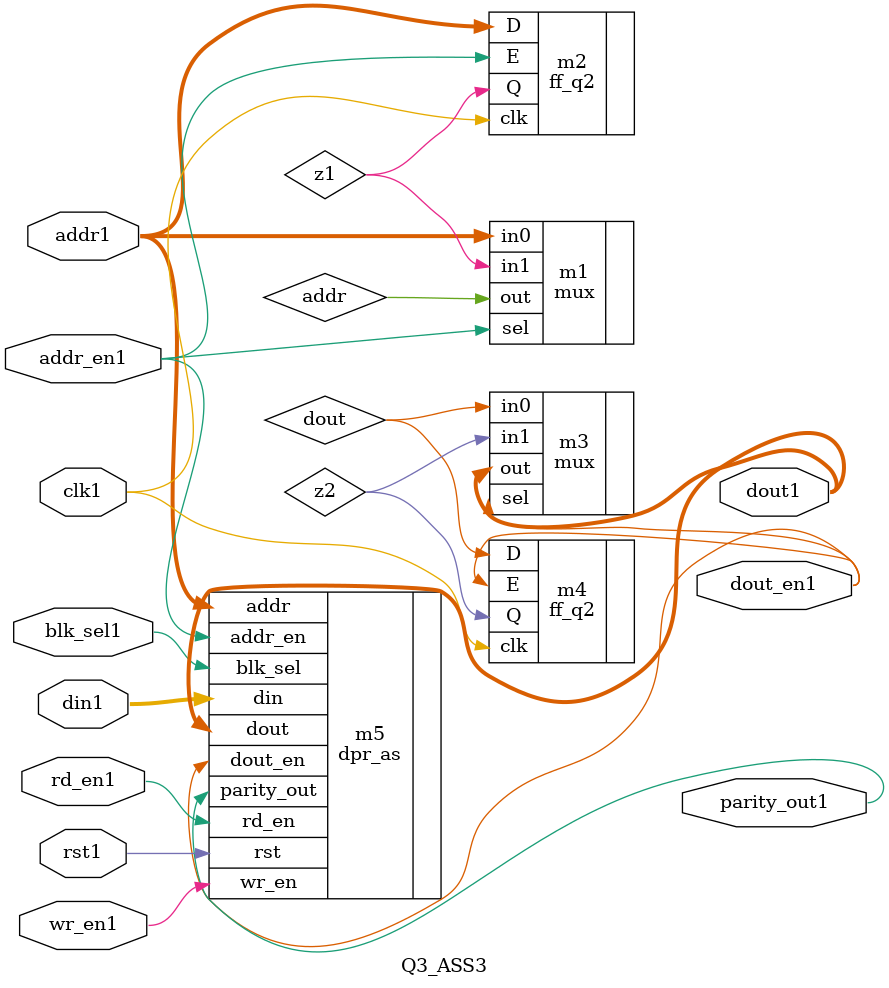
<source format=v>
module Q3_ASS3 (din1,wr_en1,rd_en1,addr1,addr_en1,dout1,dout_en1,parity_out1,blk_sel1,rst1,clk1);
parameter ADD_SIZE = 10 ;
parameter MEM_WIDTH = 16 ;
parameter MEM_DEPTH = 1024 ;
input addr_en1,rd_en1,wr_en1,blk_sel1,rst1,clk1;
input [MEM_WIDTH-1:0] din1 ;
input [ADD_SIZE-1:0] addr1 ;
output  [MEM_WIDTH-1:0] dout1 ;
output  dout_en1,parity_out1 ;
wire z1,z2 ;

mux m1 (.in0(addr1),.in1(z1),.sel(addr_en1),.out(addr));
ff_q2 m2 (.D(addr1),.Q(z1),.clk(clk1),.E(addr_en1));




dpr_as m5 (.din(din1),.addr(addr1),.wr_en(wr_en1),.rd_en(rd_en1),.blk_sel(blk_sel1),.addr_en(addr_en1),.dout_en(dout_en1),.rst(rst1),.parity_out(parity_out1),.dout(dout1));




mux m3 (.in0(dout),.in1(z2),.sel(dout_en1),.out(dout1));
ff_q2 m4 (.D(dout),.Q(z2),.clk(clk1),.E(dout_en1));

endmodule 
/*
assign clk = clk1 ;
assign addr = addr1 ;
assign addr_en = addr_en1 ;
assign dout = dout1 ;
assign dout_en = dout_en1 ;
assign parity_out = parity_out1 ;
assign din = din1 ;
assign wr_en = wr_en1 ;
assign rd_en = rd_en1 ;
assign blk_sel = blk_sel1 ;
assign rst = rst1 ;

*/







//assign dout_en = dout_en1 ;
</source>
